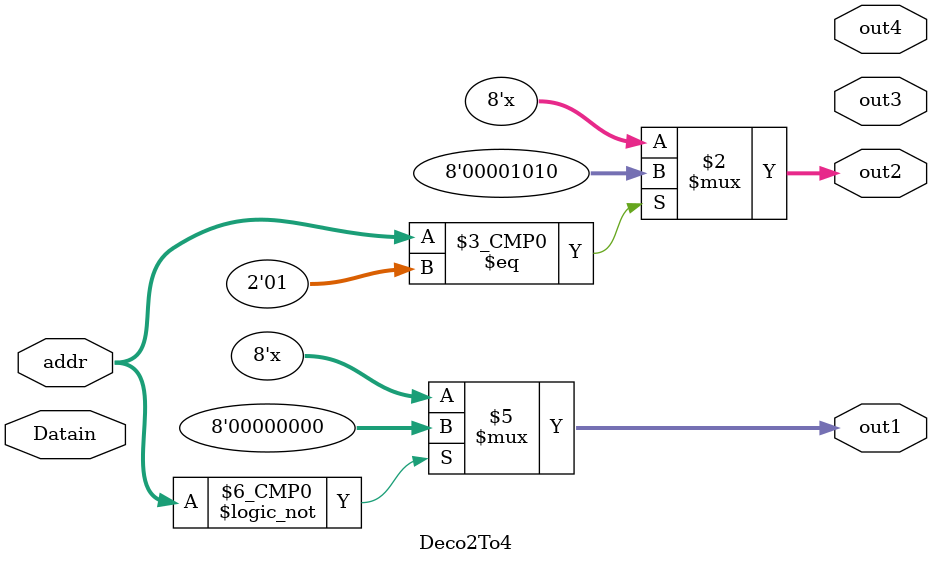
<source format=sv>

module Deco2To4 (input logic [1:0] addr,
					  input logic [7:0] Datain,
					  output logic [7:0] out1, out2,out3,out4);
					  
					  //wire [7:0] line1,line2,line3,line4;
					  

					  always @(addr)
						begin
							case(addr)
					
								00: out1<=0000;
								01: out2<=0010;
								10: out3<=0100;
								11: out4<=1000;
							
						
							endcase
						
						end 				
						
endmodule 
</source>
